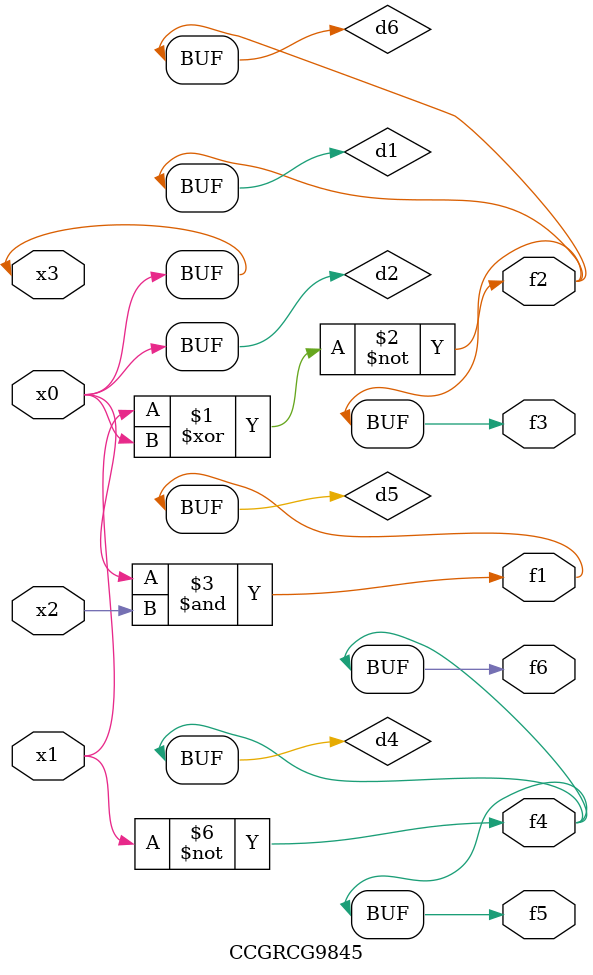
<source format=v>
module CCGRCG9845(
	input x0, x1, x2, x3,
	output f1, f2, f3, f4, f5, f6
);

	wire d1, d2, d3, d4, d5, d6;

	xnor (d1, x1, x3);
	buf (d2, x0, x3);
	nand (d3, x0, x2);
	not (d4, x1);
	nand (d5, d3);
	or (d6, d1);
	assign f1 = d5;
	assign f2 = d6;
	assign f3 = d6;
	assign f4 = d4;
	assign f5 = d4;
	assign f6 = d4;
endmodule

</source>
